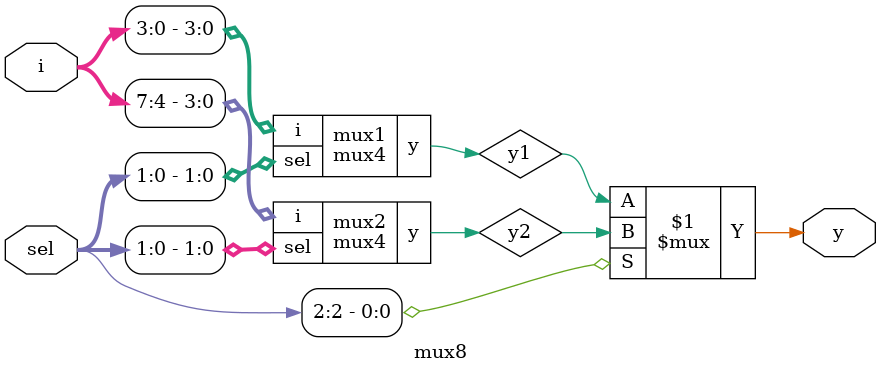
<source format=v>
module mux4(
  input [3:0]i,
  input [1:0]sel,
  output reg y
);
  
  always @ (*) begin
    
    case(sel)
      
      2'b00 : y = i[0];
      2'b01 : y = i[1];
      2'b10 : y = i[2];
      2'b11 : y = i[3];
      
    endcase
    
  end
  
endmodule

module mux8(
  input [7:0]i,
  input [2:0]sel,
  output y
);
  
  wire y1,y2;
  
  mux4 mux1(.i(i[3:0]),.sel(sel[1:0]),.y(y1)  );
  mux4 mux2(.i(i[7:4]),.sel(sel[1:0]),.y(y2)  );
  
  assign y =  sel[2] ? y2 : y1 ;
  
endmodule

</source>
